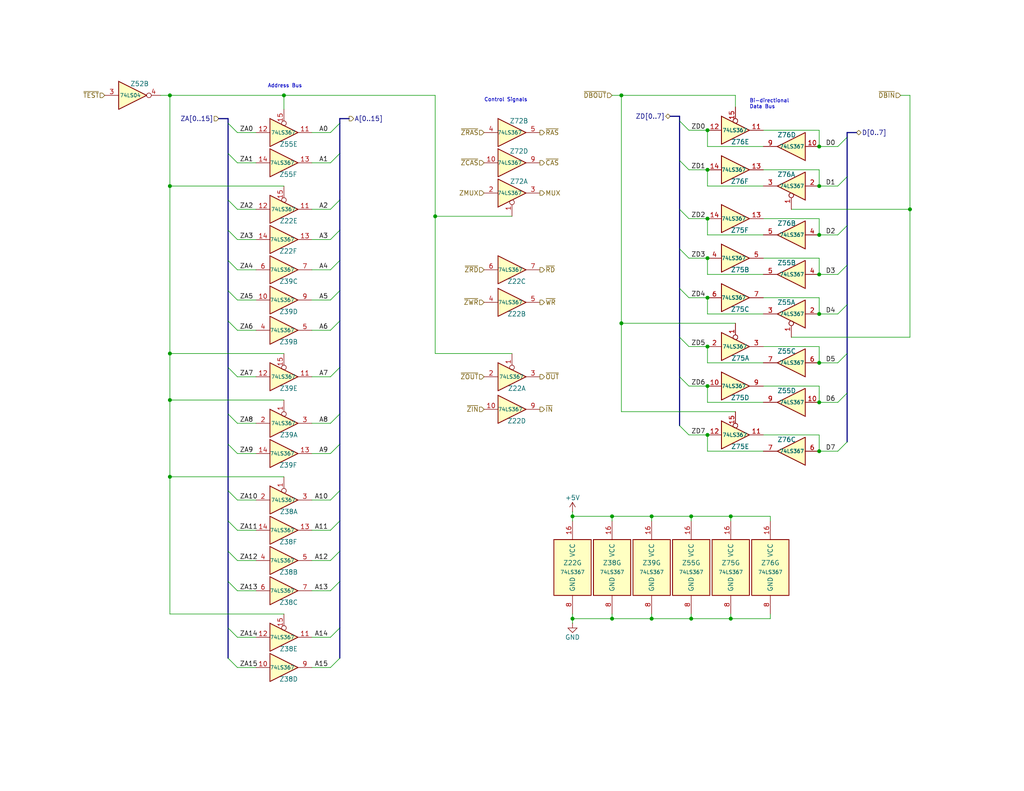
<source format=kicad_sch>
(kicad_sch (version 20231120) (generator "eeschema") (generator_version "8.0")
  (paper "USLetter")
  (title_block (title "TRS-80 Model I Rev E") (date "2024-11-23") (rev "E1A-E") (company "RetroStack - Marcel Erz") (comment 2 "Isolation circuit to use ~{TEST} signal, dsconecting CPU from system") (comment 4 "CPU Gating"))
  (lib_symbols
    (symbol "74xx:74LS04"
      (property "Reference" "U" (at 0 1.27 0))
      (property "Value" "74LS04" (at 0 -1.27 0))
      (symbol "74LS04_1_0"
        (polyline (pts (xy -3.81 3.81) (xy -3.81 -3.81) (xy 3.81 0) (xy -3.81 3.81)) (stroke (width 0.254)) (fill (type background)))
        (pin input line (at -7.62 0 0) (length 3.81) (name "~") (number "1"))
        (pin output inverted (at 7.62 0 180) (length 3.81) (name "~") (number "2"))
      )
      (symbol "74LS04_2_0"
        (polyline (pts (xy -3.81 3.81) (xy -3.81 -3.81) (xy 3.81 0) (xy -3.81 3.81)) (stroke (width 0.254)) (fill (type background)))
        (pin input line (at -7.62 0 0) (length 3.81) (name "~") (number "3"))
        (pin output inverted (at 7.62 0 180) (length 3.81) (name "~") (number "4"))
      )
      (symbol "74LS04_3_0"
        (polyline (pts (xy -3.81 3.81) (xy -3.81 -3.81) (xy 3.81 0) (xy -3.81 3.81)) (stroke (width 0.254)) (fill (type background)))
        (pin input line (at -7.62 0 0) (length 3.81) (name "~") (number "5"))
        (pin output inverted (at 7.62 0 180) (length 3.81) (name "~") (number "6"))
      )
      (symbol "74LS04_4_0"
        (polyline (pts (xy -3.81 3.81) (xy -3.81 -3.81) (xy 3.81 0) (xy -3.81 3.81)) (stroke (width 0.254)) (fill (type background)))
        (pin output inverted (at 7.62 0 180) (length 3.81) (name "~") (number "8"))
        (pin input line (at -7.62 0 0) (length 3.81) (name "~") (number "9"))
      )
      (symbol "74LS04_5_0"
        (polyline (pts (xy -3.81 3.81) (xy -3.81 -3.81) (xy 3.81 0) (xy -3.81 3.81)) (stroke (width 0.254)) (fill (type background)))
        (pin output inverted (at 7.62 0 180) (length 3.81) (name "~") (number "10"))
        (pin input line (at -7.62 0 0) (length 3.81) (name "~") (number "11"))
      )
      (symbol "74LS04_6_0"
        (polyline (pts (xy -3.81 3.81) (xy -3.81 -3.81) (xy 3.81 0) (xy -3.81 3.81)) (stroke (width 0.254)) (fill (type background)))
        (pin output inverted (at 7.62 0 180) (length 3.81) (name "~") (number "12"))
        (pin input line (at -7.62 0 0) (length 3.81) (name "~") (number "13"))
      )
      (symbol "74LS04_7_0"
        (pin power_in line (at 0 12.7 270) (length 5.08) (name "VCC") (number "14"))
        (pin power_in line (at 0 -12.7 90) (length 5.08) (name "GND") (number "7"))
      )
      (symbol "74LS04_7_1"
        (rectangle (start -5.08 7.62) (end 5.08 -7.62) (stroke (width 0.254)) (fill (type background)))
      )
    )
    (symbol "RetroStackLibrary:74LS367_Split" (pin_names (offset 1.016))
      (property "Reference" "U" (at 0 1.27 0))
      (property "Value" "74LS367" (at 0 -1.27 0))
      (symbol "74LS367_Split_1_0"
        (polyline (pts (xy -3.81 3.81) (xy -3.81 -3.81) (xy 3.81 0) (xy -3.81 3.81)) (stroke (width 0.254)) (fill (type background)))
        (pin input inverted (at 0 6.35 270) (length 4.445) (name "~") (number "1"))
        (pin input line (at -7.62 0 0) (length 3.81) (name "~") (number "2"))
        (pin tri_state line (at 7.62 0 180) (length 3.81) (name "~") (number "3"))
      )
      (symbol "74LS367_Split_2_0"
        (polyline (pts (xy -3.81 3.81) (xy -3.81 -3.81) (xy 3.81 0) (xy -3.81 3.81)) (stroke (width 0.254)) (fill (type background)))
        (pin input line (at -7.62 0 0) (length 3.81) (name "~") (number "4"))
        (pin tri_state line (at 7.62 0 180) (length 3.81) (name "~") (number "5"))
      )
      (symbol "74LS367_Split_3_0"
        (polyline (pts (xy -3.81 3.81) (xy -3.81 -3.81) (xy 3.81 0) (xy -3.81 3.81)) (stroke (width 0.254)) (fill (type background)))
        (pin input line (at -7.62 0 0) (length 3.81) (name "~") (number "6"))
        (pin tri_state line (at 7.62 0 180) (length 3.81) (name "~") (number "7"))
      )
      (symbol "74LS367_Split_4_0"
        (polyline (pts (xy -3.81 3.81) (xy -3.81 -3.81) (xy 3.81 0) (xy -3.81 3.81)) (stroke (width 0.254)) (fill (type background)))
        (pin input line (at -7.62 0 0) (length 3.81) (name "~") (number "10"))
        (pin tri_state line (at 7.62 0 180) (length 3.81) (name "~") (number "9"))
      )
      (symbol "74LS367_Split_5_0"
        (polyline (pts (xy -3.175 -2.54) (xy -3.175 -10.16) (xy 4.445 -6.35) (xy -3.175 -2.54)) (stroke (width 0.254)) (fill (type background)))
        (pin tri_state line (at 8.255 -6.35 180) (length 3.81) (name "~") (number "11"))
        (pin input line (at -6.985 -6.35 0) (length 3.81) (name "~") (number "12"))
        (pin input inverted (at 0.635 0 270) (length 4.445) (name "~") (number "15"))
      )
      (symbol "74LS367_Split_6_0"
        (polyline (pts (xy -3.81 3.81) (xy -3.81 -3.81) (xy 3.81 0) (xy -3.81 3.81)) (stroke (width 0.254)) (fill (type background)))
        (pin tri_state line (at 7.62 0 180) (length 3.81) (name "~") (number "13"))
        (pin input line (at -7.62 0 0) (length 3.81) (name "~") (number "14"))
      )
      (symbol "74LS367_Split_7_0"
        (pin power_in line (at 0 1.905 270) (length 5.08) (name "VCC") (number "16"))
        (pin power_in line (at 0 -23.495 90) (length 5.08) (name "GND") (number "8"))
      )
      (symbol "74LS367_Split_7_1"
        (rectangle (start -5.08 -3.175) (end 5.08 -18.415) (stroke (width 0.254)) (fill (type background)))
      )
    )
    (symbol "power:+5V" (power) (pin_numbers hide) (pin_names (offset 0) hide)
      (property "Value" "+5V" (at 0 3.556 0))
      (symbol "+5V_0_1"
        (polyline (pts (xy -0.762 1.27) (xy 0 2.54)))
        (polyline (pts (xy 0 0) (xy 0 2.54)))
        (polyline (pts (xy 0 2.54) (xy 0.762 1.27)))
      )
      (symbol "+5V_1_1"
        (pin power_in line (at 0 0 90) (length 0) (name "~") (number "1"))
      )
    )
    (symbol "power:GND" (power) (pin_numbers hide) (pin_names (offset 0) hide)
      (property "Value" "GND" (at 0 -3.81 0))
      (symbol "GND_0_1"
        (polyline (pts (xy 0 0) (xy 0 -1.27) (xy 1.27 -1.27) (xy 0 -2.54) (xy -1.27 -1.27) (xy 0 -1.27)))
      )
      (symbol "GND_1_1"
        (pin power_in line (at 0 0 270) (length 0) (name "~") (number "1"))
      )
    )
  )
  (junction (at 156.21 140.97))
  (junction (at 77.47 26.035))
  (junction (at 118.745 59.055))
  (junction (at 193.04 35.56))
  (junction (at 193.04 46.355))
  (junction (at 223.52 40.005))
  (junction (at 223.52 64.135))
  (junction (at 248.285 57.15))
  (junction (at 193.04 105.41))
  (junction (at 223.52 50.8))
  (junction (at 193.04 59.69))
  (junction (at 46.355 50.8))
  (junction (at 223.52 99.06))
  (junction (at 193.04 81.28))
  (junction (at 169.545 26.035))
  (junction (at 193.04 70.485))
  (junction (at 199.39 168.91))
  (junction (at 156.21 168.91))
  (junction (at 46.355 96.52))
  (junction (at 188.595 168.91))
  (junction (at 167.005 168.91))
  (junction (at 199.39 140.97))
  (junction (at 193.04 118.745))
  (junction (at 223.52 109.855))
  (junction (at 167.005 140.97))
  (junction (at 193.04 94.615))
  (junction (at 46.355 109.22))
  (junction (at 223.52 123.19))
  (junction (at 177.8 140.97))
  (junction (at 223.52 85.725))
  (junction (at 177.8 168.91))
  (junction (at 46.355 26.035))
  (junction (at 188.595 140.97))
  (junction (at 223.52 74.93))
  (junction (at 46.355 130.175))
  (junction (at 169.545 88.265))
  (bus_entry (at 228.6 109.855) (size 2.54 -2.54))
  (bus_entry (at 90.17 115.57) (size 2.54 -2.54))
  (bus_entry (at 228.6 99.06) (size 2.54 -2.54))
  (bus_entry (at 228.6 85.725) (size 2.54 -2.54))
  (bus_entry (at 90.17 90.17) (size 2.54 -2.54))
  (bus_entry (at 64.77 153.035) (size -2.54 -2.54))
  (bus_entry (at 228.6 74.93) (size 2.54 -2.54))
  (bus_entry (at 90.17 73.66) (size 2.54 -2.54))
  (bus_entry (at 64.77 123.825) (size -2.54 -2.54))
  (bus_entry (at 64.77 57.15) (size -2.54 -2.54))
  (bus_entry (at 187.96 105.41) (size -2.54 -2.54))
  (bus_entry (at 90.17 123.825) (size 2.54 -2.54))
  (bus_entry (at 90.17 136.525) (size 2.54 -2.54))
  (bus_entry (at 187.96 35.56) (size -2.54 -2.54))
  (bus_entry (at 187.96 59.69) (size -2.54 -2.54))
  (bus_entry (at 64.77 136.525) (size -2.54 -2.54))
  (bus_entry (at 90.17 182.245) (size 2.54 -2.54))
  (bus_entry (at 228.6 40.005) (size 2.54 -2.54))
  (bus_entry (at 64.77 90.17) (size -2.54 -2.54))
  (bus_entry (at 64.77 81.915) (size -2.54 -2.54))
  (bus_entry (at 64.77 36.195) (size -2.54 -2.54))
  (bus_entry (at 64.77 73.66) (size -2.54 -2.54))
  (bus_entry (at 228.6 123.19) (size 2.54 -2.54))
  (bus_entry (at 90.17 173.99) (size 2.54 -2.54))
  (bus_entry (at 90.17 65.405) (size 2.54 -2.54))
  (bus_entry (at 228.6 64.135) (size 2.54 -2.54))
  (bus_entry (at 187.96 81.28) (size -2.54 -2.54))
  (bus_entry (at 64.77 182.245) (size -2.54 -2.54))
  (bus_entry (at 64.77 173.99) (size -2.54 -2.54))
  (bus_entry (at 90.17 153.035) (size 2.54 -2.54))
  (bus_entry (at 64.77 144.78) (size -2.54 -2.54))
  (bus_entry (at 228.6 50.8) (size 2.54 -2.54))
  (bus_entry (at 64.77 161.29) (size -2.54 -2.54))
  (bus_entry (at 90.17 81.915) (size 2.54 -2.54))
  (bus_entry (at 90.17 161.29) (size 2.54 -2.54))
  (bus_entry (at 64.77 65.405) (size -2.54 -2.54))
  (bus_entry (at 90.17 102.87) (size 2.54 -2.54))
  (bus_entry (at 90.17 44.45) (size 2.54 -2.54))
  (bus_entry (at 187.96 94.615) (size -2.54 -2.54))
  (bus_entry (at 187.96 46.355) (size -2.54 -2.54))
  (bus_entry (at 187.96 70.485) (size -2.54 -2.54))
  (bus_entry (at 187.96 118.745) (size -2.54 -2.54))
  (bus_entry (at 90.17 144.78) (size 2.54 -2.54))
  (bus_entry (at 90.17 57.15) (size 2.54 -2.54))
  (bus_entry (at 90.17 36.195) (size 2.54 -2.54))
  (bus_entry (at 64.77 44.45) (size -2.54 -2.54))
  (bus_entry (at 64.77 115.57) (size -2.54 -2.54))
  (bus_entry (at 64.77 102.87) (size -2.54 -2.54))
  (wire (pts (xy 77.47 167.64) (xy 46.355 167.64)))
  (wire (pts (xy 64.77 36.195) (xy 69.85 36.195)))
  (wire (pts (xy 118.745 59.055) (xy 118.745 26.035)))
  (bus (pts (xy 185.42 102.87) (xy 185.42 116.205)))
  (bus (pts (xy 92.71 79.375) (xy 92.71 71.12)))
  (wire (pts (xy 90.17 161.29) (xy 85.09 161.29)))
  (wire (pts (xy 228.6 40.005) (xy 223.52 40.005)))
  (wire (pts (xy 193.04 109.855) (xy 193.04 105.41)))
  (wire (pts (xy 187.96 94.615) (xy 193.04 94.615)))
  (bus (pts (xy 185.42 43.815) (xy 185.42 33.02)))
  (wire (pts (xy 90.17 44.45) (xy 85.09 44.45)))
  (wire (pts (xy 169.545 88.265) (xy 169.545 26.035)))
  (wire (pts (xy 167.005 140.97) (xy 167.005 142.24)))
  (wire (pts (xy 210.185 142.24) (xy 210.185 140.97)))
  (wire (pts (xy 208.28 118.745) (xy 223.52 118.745)))
  (wire (pts (xy 85.09 90.17) (xy 90.17 90.17)))
  (bus (pts (xy 92.71 62.865) (xy 92.71 54.61)))
  (wire (pts (xy 64.77 73.66) (xy 69.85 73.66)))
  (wire (pts (xy 228.6 50.8) (xy 223.52 50.8)))
  (wire (pts (xy 64.77 182.245) (xy 69.85 182.245)))
  (wire (pts (xy 169.545 112.395) (xy 169.545 88.265)))
  (wire (pts (xy 187.96 81.28) (xy 193.04 81.28)))
  (wire (pts (xy 167.005 168.91) (xy 177.8 168.91)))
  (wire (pts (xy 215.9 92.075) (xy 248.285 92.075)))
  (wire (pts (xy 187.96 105.41) (xy 193.04 105.41)))
  (wire (pts (xy 90.17 173.99) (xy 85.09 173.99)))
  (wire (pts (xy 208.28 94.615) (xy 223.52 94.615)))
  (wire (pts (xy 210.185 140.97) (xy 199.39 140.97)))
  (wire (pts (xy 64.77 136.525) (xy 69.85 136.525)))
  (wire (pts (xy 85.09 123.825) (xy 90.17 123.825)))
  (wire (pts (xy 223.52 118.745) (xy 223.52 123.19)))
  (wire (pts (xy 77.47 130.175) (xy 46.355 130.175)))
  (bus (pts (xy 231.14 72.39) (xy 231.14 61.595)))
  (bus (pts (xy 62.23 71.12) (xy 62.23 62.865)))
  (bus (pts (xy 92.71 158.75) (xy 92.71 150.495)))
  (bus (pts (xy 92.71 142.24) (xy 92.71 133.985)))
  (wire (pts (xy 139.7 59.055) (xy 118.745 59.055)))
  (wire (pts (xy 228.6 99.06) (xy 223.52 99.06)))
  (bus (pts (xy 62.23 100.33) (xy 62.23 87.63)))
  (wire (pts (xy 90.17 65.405) (xy 85.09 65.405)))
  (wire (pts (xy 64.77 115.57) (xy 69.85 115.57)))
  (wire (pts (xy 77.47 26.035) (xy 77.47 29.845)))
  (wire (pts (xy 64.77 144.78) (xy 69.85 144.78)))
  (wire (pts (xy 208.28 109.855) (xy 193.04 109.855)))
  (wire (pts (xy 208.28 70.485) (xy 223.52 70.485)))
  (wire (pts (xy 64.77 153.035) (xy 69.85 153.035)))
  (bus (pts (xy 185.42 78.74) (xy 185.42 67.945)))
  (bus (pts (xy 62.23 87.63) (xy 62.23 79.375)))
  (bus (pts (xy 62.23 150.495) (xy 62.23 142.24)))
  (wire (pts (xy 223.52 81.28) (xy 223.52 85.725)))
  (bus (pts (xy 92.71 100.33) (xy 92.71 87.63)))
  (wire (pts (xy 46.355 26.035) (xy 77.47 26.035)))
  (wire (pts (xy 64.77 57.15) (xy 69.85 57.15)))
  (wire (pts (xy 193.04 64.135) (xy 193.04 59.69)))
  (wire (pts (xy 167.005 167.64) (xy 167.005 168.91)))
  (wire (pts (xy 156.21 139.7) (xy 156.21 140.97)))
  (wire (pts (xy 210.185 168.91) (xy 199.39 168.91)))
  (wire (pts (xy 228.6 123.19) (xy 223.52 123.19)))
  (bus (pts (xy 92.71 41.91) (xy 92.71 33.655)))
  (wire (pts (xy 188.595 140.97) (xy 177.8 140.97)))
  (wire (pts (xy 156.21 170.18) (xy 156.21 168.91)))
  (bus (pts (xy 92.71 113.03) (xy 92.71 100.33)))
  (wire (pts (xy 118.745 59.055) (xy 118.745 96.52)))
  (wire (pts (xy 223.52 35.56) (xy 223.52 40.005)))
  (wire (pts (xy 223.52 70.485) (xy 223.52 74.93)))
  (wire (pts (xy 199.39 140.97) (xy 199.39 142.24)))
  (wire (pts (xy 199.39 167.64) (xy 199.39 168.91)))
  (wire (pts (xy 200.66 112.395) (xy 169.545 112.395)))
  (bus (pts (xy 231.14 83.185) (xy 231.14 72.39)))
  (wire (pts (xy 169.545 26.035) (xy 200.66 26.035)))
  (wire (pts (xy 46.355 130.175) (xy 46.355 109.22)))
  (wire (pts (xy 215.9 57.15) (xy 248.285 57.15)))
  (wire (pts (xy 193.04 123.19) (xy 193.04 118.745)))
  (wire (pts (xy 77.47 50.8) (xy 46.355 50.8)))
  (wire (pts (xy 208.28 59.69) (xy 223.52 59.69)))
  (wire (pts (xy 188.595 168.91) (xy 199.39 168.91)))
  (wire (pts (xy 208.28 74.93) (xy 193.04 74.93)))
  (wire (pts (xy 90.17 153.035) (xy 85.09 153.035)))
  (bus (pts (xy 62.23 113.03) (xy 62.23 100.33)))
  (wire (pts (xy 64.77 65.405) (xy 69.85 65.405)))
  (wire (pts (xy 228.6 85.725) (xy 223.52 85.725)))
  (wire (pts (xy 64.77 173.99) (xy 69.85 173.99)))
  (wire (pts (xy 199.39 140.97) (xy 188.595 140.97)))
  (wire (pts (xy 210.185 167.64) (xy 210.185 168.91)))
  (wire (pts (xy 208.28 99.06) (xy 193.04 99.06)))
  (bus (pts (xy 62.23 171.45) (xy 62.23 158.75)))
  (bus (pts (xy 62.23 41.91) (xy 62.23 33.655)))
  (wire (pts (xy 46.355 167.64) (xy 46.355 130.175)))
  (bus (pts (xy 233.68 36.195) (xy 231.14 36.195)))
  (wire (pts (xy 228.6 64.135) (xy 223.52 64.135)))
  (wire (pts (xy 208.28 64.135) (xy 193.04 64.135)))
  (wire (pts (xy 46.355 109.22) (xy 46.355 96.52)))
  (wire (pts (xy 46.355 50.8) (xy 46.355 26.035)))
  (wire (pts (xy 193.04 50.8) (xy 193.04 46.355)))
  (bus (pts (xy 185.42 78.74) (xy 185.42 92.075)))
  (wire (pts (xy 156.21 168.91) (xy 167.005 168.91)))
  (wire (pts (xy 248.285 26.035) (xy 245.745 26.035)))
  (bus (pts (xy 62.23 62.865) (xy 62.23 54.61)))
  (wire (pts (xy 177.8 140.97) (xy 167.005 140.97)))
  (wire (pts (xy 223.52 59.69) (xy 223.52 64.135)))
  (wire (pts (xy 90.17 115.57) (xy 85.09 115.57)))
  (wire (pts (xy 90.17 36.195) (xy 85.09 36.195)))
  (wire (pts (xy 43.815 26.035) (xy 46.355 26.035)))
  (bus (pts (xy 231.14 83.185) (xy 231.14 96.52)))
  (bus (pts (xy 92.71 171.45) (xy 92.71 158.75)))
  (wire (pts (xy 85.09 182.245) (xy 90.17 182.245)))
  (bus (pts (xy 95.25 32.385) (xy 92.71 32.385)))
  (bus (pts (xy 185.42 67.945) (xy 185.42 57.15)))
  (wire (pts (xy 118.745 26.035) (xy 77.47 26.035)))
  (wire (pts (xy 64.77 44.45) (xy 69.85 44.45)))
  (wire (pts (xy 64.77 102.87) (xy 69.85 102.87)))
  (wire (pts (xy 208.28 123.19) (xy 193.04 123.19)))
  (wire (pts (xy 156.21 140.97) (xy 156.21 142.24)))
  (wire (pts (xy 177.8 168.91) (xy 188.595 168.91)))
  (wire (pts (xy 85.09 102.87) (xy 90.17 102.87)))
  (wire (pts (xy 208.28 81.28) (xy 223.52 81.28)))
  (wire (pts (xy 223.52 46.355) (xy 223.52 50.8)))
  (bus (pts (xy 92.71 150.495) (xy 92.71 142.24)))
  (wire (pts (xy 248.285 92.075) (xy 248.285 57.15)))
  (wire (pts (xy 77.47 96.52) (xy 46.355 96.52)))
  (wire (pts (xy 228.6 74.93) (xy 223.52 74.93)))
  (wire (pts (xy 193.04 99.06) (xy 193.04 94.615)))
  (wire (pts (xy 208.28 46.355) (xy 223.52 46.355)))
  (bus (pts (xy 92.71 133.985) (xy 92.71 121.285)))
  (bus (pts (xy 182.88 31.75) (xy 185.42 31.75)))
  (wire (pts (xy 167.005 140.97) (xy 156.21 140.97)))
  (bus (pts (xy 92.71 71.12) (xy 92.71 62.865)))
  (wire (pts (xy 187.96 46.355) (xy 193.04 46.355)))
  (bus (pts (xy 92.71 54.61) (xy 92.71 41.91)))
  (bus (pts (xy 231.14 61.595) (xy 231.14 48.26)))
  (wire (pts (xy 193.04 85.725) (xy 193.04 81.28)))
  (bus (pts (xy 185.42 92.075) (xy 185.42 102.87)))
  (wire (pts (xy 177.8 140.97) (xy 177.8 142.24)))
  (bus (pts (xy 62.23 142.24) (xy 62.23 133.985)))
  (wire (pts (xy 193.04 74.93) (xy 193.04 70.485)))
  (wire (pts (xy 188.595 140.97) (xy 188.595 142.24)))
  (wire (pts (xy 208.28 50.8) (xy 193.04 50.8)))
  (wire (pts (xy 90.17 73.66) (xy 85.09 73.66)))
  (bus (pts (xy 92.71 121.285) (xy 92.71 113.03)))
  (wire (pts (xy 208.28 85.725) (xy 193.04 85.725)))
  (wire (pts (xy 208.28 40.005) (xy 193.04 40.005)))
  (wire (pts (xy 188.595 167.64) (xy 188.595 168.91)))
  (wire (pts (xy 64.77 161.29) (xy 69.85 161.29)))
  (bus (pts (xy 62.23 79.375) (xy 62.23 71.12)))
  (wire (pts (xy 200.66 88.265) (xy 169.545 88.265)))
  (bus (pts (xy 92.71 87.63) (xy 92.71 79.375)))
  (bus (pts (xy 231.14 48.26) (xy 231.14 37.465)))
  (bus (pts (xy 62.23 121.285) (xy 62.23 113.03)))
  (bus (pts (xy 231.14 96.52) (xy 231.14 107.315)))
  (wire (pts (xy 64.77 81.915) (xy 69.85 81.915)))
  (bus (pts (xy 92.71 33.655) (xy 92.71 32.385)))
  (wire (pts (xy 167.005 26.035) (xy 169.545 26.035)))
  (wire (pts (xy 64.77 123.825) (xy 69.85 123.825)))
  (bus (pts (xy 62.23 179.705) (xy 62.23 171.45)))
  (bus (pts (xy 62.23 33.655) (xy 62.23 32.385)))
  (bus (pts (xy 92.71 179.705) (xy 92.71 171.45)))
  (wire (pts (xy 177.8 167.64) (xy 177.8 168.91)))
  (bus (pts (xy 185.42 33.02) (xy 185.42 31.75)))
  (wire (pts (xy 187.96 118.745) (xy 193.04 118.745)))
  (wire (pts (xy 208.28 105.41) (xy 223.52 105.41)))
  (wire (pts (xy 187.96 70.485) (xy 193.04 70.485)))
  (wire (pts (xy 77.47 109.22) (xy 46.355 109.22)))
  (bus (pts (xy 62.23 158.75) (xy 62.23 150.495)))
  (wire (pts (xy 46.355 96.52) (xy 46.355 50.8)))
  (wire (pts (xy 64.77 90.17) (xy 69.85 90.17)))
  (wire (pts (xy 90.17 136.525) (xy 85.09 136.525)))
  (wire (pts (xy 90.17 57.15) (xy 85.09 57.15)))
  (wire (pts (xy 193.04 40.005) (xy 193.04 35.56)))
  (bus (pts (xy 59.69 32.385) (xy 62.23 32.385)))
  (bus (pts (xy 62.23 54.61) (xy 62.23 41.91)))
  (wire (pts (xy 200.66 26.035) (xy 200.66 29.21)))
  (wire (pts (xy 139.7 96.52) (xy 118.745 96.52)))
  (wire (pts (xy 248.285 57.15) (xy 248.285 26.035)))
  (bus (pts (xy 231.14 107.315) (xy 231.14 120.65)))
  (bus (pts (xy 231.14 37.465) (xy 231.14 36.195)))
  (wire (pts (xy 223.52 94.615) (xy 223.52 99.06)))
  (wire (pts (xy 90.17 81.915) (xy 85.09 81.915)))
  (wire (pts (xy 156.21 168.91) (xy 156.21 167.64)))
  (wire (pts (xy 90.17 144.78) (xy 85.09 144.78)))
  (wire (pts (xy 228.6 109.855) (xy 223.52 109.855)))
  (bus (pts (xy 185.42 57.15) (xy 185.42 43.815)))
  (wire (pts (xy 187.96 59.69) (xy 193.04 59.69)))
  (wire (pts (xy 223.52 105.41) (xy 223.52 109.855)))
  (wire (pts (xy 208.28 35.56) (xy 223.52 35.56)))
  (bus (pts (xy 62.23 133.985) (xy 62.23 121.285)))
  (wire (pts (xy 187.96 35.56) (xy 193.04 35.56)))
  (text "Bi-directional\nData Bus" (at 204.47 29.845 0) (effects (font (size 1 1)) (justify left bottom)))
  (text "Address Bus" (at 73.025 24.13 0) (effects (font (size 1 1)) (justify left bottom)))
  (text "Control Signals" (at 132.08 27.94 0) (effects (font (size 1 1)) (justify left bottom)))
  (label "ZA8" (at 65.405 115.57 0))
  (label "ZD2" (at 188.595 59.69 0))
  (label "ZA0" (at 65.405 36.195 0))
  (label "A3" (at 89.535 65.405 180))
  (label "ZA4" (at 65.405 73.66 0))
  (label "D7" (at 227.965 123.19 180))
  (label "ZA9" (at 65.405 123.825 0))
  (label "ZA11" (at 65.405 144.78 0))
  (label "ZD3" (at 188.595 70.485 0))
  (label "D3" (at 227.965 74.93 180))
  (label "ZA6" (at 65.405 90.17 0))
  (label "A12" (at 89.535 153.035 180))
  (label "ZD7" (at 188.595 118.745 0))
  (label "A5" (at 89.535 81.915 180))
  (label "D5" (at 227.965 99.06 180))
  (label "ZA2" (at 65.405 57.15 0))
  (label "ZA3" (at 65.405 65.405 0))
  (label "D0" (at 227.965 40.005 180))
  (label "ZA10" (at 65.405 136.525 0))
  (label "D2" (at 227.965 64.135 180))
  (label "A9" (at 89.535 123.825 180))
  (label "ZA13" (at 65.405 161.29 0))
  (label "A7" (at 89.535 102.87 180))
  (label "A6" (at 89.535 90.17 180))
  (label "D1" (at 227.965 50.8 180))
  (label "ZD6" (at 188.595 105.41 0))
  (label "A13" (at 89.535 161.29 180))
  (label "A15" (at 89.535 182.245 180))
  (label "A14" (at 89.535 173.99 180))
  (label "A10" (at 89.535 136.525 180))
  (label "ZD1" (at 188.595 46.355 0))
  (label "D6" (at 227.965 109.855 180))
  (label "ZA5" (at 65.405 81.915 0))
  (label "A1" (at 89.535 44.45 180))
  (label "A0" (at 89.535 36.195 180))
  (label "A2" (at 89.535 57.15 180))
  (label "ZD4" (at 188.595 81.28 0))
  (label "ZA15" (at 65.405 182.245 0))
  (label "ZA12" (at 65.405 153.035 0))
  (label "A4" (at 89.535 73.66 180))
  (label "ZA7" (at 65.405 102.87 0))
  (label "A8" (at 89.535 115.57 180))
  (label "ZD0" (at 188.595 35.56 0))
  (label "A11" (at 89.535 144.78 180))
  (label "ZA1" (at 65.405 44.45 0))
  (label "D4" (at 227.965 85.725 180))
  (label "ZA14" (at 65.405 173.99 0))
  (label "ZD5" (at 188.595 94.615 0))
  (hierarchical_label "ZD[0..7]" (shape bidirectional) (at 182.88 31.75 180))
  (hierarchical_label "~{ZRD}" (shape input) (at 132.08 73.66 180))
  (hierarchical_label "~{ZIN}" (shape input) (at 132.08 111.76 180))
  (hierarchical_label "~{ZCAS}" (shape input) (at 132.08 44.45 180))
  (hierarchical_label "~{RD}" (shape output) (at 147.32 73.66 0))
  (hierarchical_label "~{WR}" (shape output) (at 147.32 82.55 0))
  (hierarchical_label "~{TEST}" (shape input) (at 28.575 26.035 180))
  (hierarchical_label "MUX" (shape output) (at 147.32 52.705 0))
  (hierarchical_label "~{ZRAS}" (shape input) (at 132.08 36.195 180))
  (hierarchical_label "~{CAS}" (shape output) (at 147.32 44.45 0))
  (hierarchical_label "ZA[0..15]" (shape input) (at 59.69 32.385 180))
  (hierarchical_label "~{OUT}" (shape output) (at 147.32 102.87 0))
  (hierarchical_label "D[0..7]" (shape bidirectional) (at 233.68 36.195 0))
  (hierarchical_label "ZMUX" (shape input) (at 132.08 52.705 180))
  (hierarchical_label "~{DBOUT}" (shape input) (at 167.005 26.035 180))
  (hierarchical_label "~{IN}" (shape output) (at 147.32 111.76 0))
  (hierarchical_label "~{ZWR}" (shape input) (at 132.08 82.55 180))
  (hierarchical_label "A[0..15]" (shape output) (at 95.25 32.385 0))
  (hierarchical_label "~{DBIN}" (shape input) (at 245.745 26.035 180))
  (hierarchical_label "~{RAS}" (shape output) (at 147.32 36.195 0))
  (hierarchical_label "~{ZOUT}" (shape input) (at 132.08 102.87 180))
  (symbol (lib_id "RetroStackLibrary:74LS367_Split") (at 188.595 144.145 0) (unit 7)
    (property "Reference" "Z55" (at 188.595 153.67 0))
    (property "Value" "74LS367" (at 188.595 156.21 0) (effects (font (size 1 1))))
    (property "Footprint" "RetroStackLibrary:TRS80_Model_I_DIP16" (effects (hide yes)))
    (property "Datasheet" "https://www.ti.com/lit/ds/symlink/sn74ls367a.pdf" (effects (hide yes)))
  )
  (symbol (lib_id "power:GND") (at 156.21 170.18 0) (unit 1)
    (property "Reference" "#PWR0112" (effects (hide yes)))
    (property "Value" "GND" (at 156.21 173.99 0))
    (property "Description" "Power symbol creates a global label with name \"GND\" , ground" (effects (hide yes)))
  )
  (symbol (lib_id "RetroStackLibrary:74LS367_Split") (at 200.66 46.355 0) (unit 6)
    (property "Reference" "Z76" (at 199.39 49.53 0) (effects (justify left)))
    (property "Value" "74LS367" (at 196.85 46.355 0) (effects (font (size 1 1)) (justify left)))
    (property "Footprint" "RetroStackLibrary:TRS80_Model_I_DIP16" (effects (hide yes)))
    (property "Datasheet" "https://www.ti.com/lit/ds/symlink/sn74ls367a.pdf" (effects (hide yes)))
  )
  (symbol (lib_id "RetroStackLibrary:74LS367_Split") (at 200.66 70.485 0) (unit 2)
    (property "Reference" "Z75" (at 199.39 73.66 0) (effects (justify left)))
    (property "Value" "74LS367" (at 196.85 70.485 0) (effects (font (size 1 1)) (justify left)))
    (property "Footprint" "RetroStackLibrary:TRS80_Model_I_DIP16" (effects (hide yes)))
    (property "Datasheet" "https://www.ti.com/lit/ds/symlink/sn74ls367a.pdf" (effects (hide yes)))
  )
  (symbol (lib_id "RetroStackLibrary:74LS367_Split") (at 76.835 50.8 0) (unit 5)
    (property "Reference" "Z22" (at 81.28 60.325 0) (effects (justify right)))
    (property "Value" "74LS367" (at 80.645 57.15 0) (effects (font (size 1 1)) (justify right)))
    (property "Footprint" "RetroStackLibrary:TRS80_Model_I_DIP16" (effects (hide yes)))
    (property "Datasheet" "https://www.ti.com/lit/ds/symlink/sn74ls367a.pdf" (effects (hide yes)))
  )
  (symbol (lib_id "RetroStackLibrary:74LS367_Split") (at 76.835 96.52 0) (unit 5)
    (property "Reference" "Z39" (at 81.28 106.045 0) (effects (justify right)))
    (property "Value" "74LS367" (at 80.645 102.87 0) (effects (font (size 1 1)) (justify right)))
    (property "Footprint" "RetroStackLibrary:TRS80_Model_I_DIP16" (effects (hide yes)))
    (property "Datasheet" "https://www.ti.com/lit/ds/symlink/sn74ls367a.pdf" (effects (hide yes)))
  )
  (symbol (lib_id "RetroStackLibrary:74LS367_Split") (at 139.7 36.195 0) (unit 2)
    (property "Reference" "Z72" (at 141.605 33.02 0))
    (property "Value" "74LS367" (at 139.065 36.195 0) (effects (font (size 1 1))))
    (property "Footprint" "RetroStackLibrary:TRS80_Model_I_DIP16" (effects (hide yes)))
    (property "Datasheet" "https://www.ti.com/lit/ds/symlink/sn74ls367a.pdf" (effects (hide yes)))
  )
  (symbol (lib_id "RetroStackLibrary:74LS367_Split") (at 77.47 123.825 0) (unit 6)
    (property "Reference" "Z39" (at 76.2 127 0) (effects (justify left)))
    (property "Value" "74LS367" (at 73.66 123.825 0) (effects (font (size 1 1)) (justify left)))
    (property "Footprint" "RetroStackLibrary:TRS80_Model_I_DIP16" (effects (hide yes)))
    (property "Datasheet" "https://www.ti.com/lit/ds/symlink/sn74ls367a.pdf" (effects (hide yes)))
  )
  (symbol (lib_id "RetroStackLibrary:74LS367_Split") (at 77.47 115.57 0) (unit 1)
    (property "Reference" "Z39" (at 81.28 118.745 0) (effects (justify right)))
    (property "Value" "74LS367" (at 80.645 115.57 0) (effects (font (size 1 1)) (justify right)))
    (property "Footprint" "RetroStackLibrary:TRS80_Model_I_DIP16" (effects (hide yes)))
    (property "Datasheet" "https://www.ti.com/lit/ds/symlink/sn74ls367a.pdf" (effects (hide yes)))
  )
  (symbol (lib_id "RetroStackLibrary:74LS367_Split") (at 200.025 29.21 0) (unit 5)
    (property "Reference" "Z76" (at 204.47 38.735 0) (effects (justify right)))
    (property "Value" "74LS367" (at 203.835 35.56 0) (effects (font (size 1 1)) (justify right)))
    (property "Footprint" "RetroStackLibrary:TRS80_Model_I_DIP16" (effects (hide yes)))
    (property "Datasheet" "https://www.ti.com/lit/ds/symlink/sn74ls367a.pdf" (effects (hide yes)))
  )
  (symbol (lib_id "RetroStackLibrary:74LS367_Split") (at 77.47 44.45 0) (unit 6)
    (property "Reference" "Z55" (at 76.2 47.625 0) (effects (justify left)))
    (property "Value" "74LS367" (at 73.66 44.45 0) (effects (font (size 1 1)) (justify left)))
    (property "Footprint" "RetroStackLibrary:TRS80_Model_I_DIP16" (effects (hide yes)))
    (property "Datasheet" "https://www.ti.com/lit/ds/symlink/sn74ls367a.pdf" (effects (hide yes)))
  )
  (symbol (lib_id "RetroStackLibrary:74LS367_Split") (at 139.7 111.76 0) (unit 4)
    (property "Reference" "Z22" (at 138.43 114.935 0) (effects (justify left)))
    (property "Value" "74LS367" (at 135.89 111.76 0) (effects (font (size 1 1)) (justify left)))
    (property "Footprint" "RetroStackLibrary:TRS80_Model_I_DIP16" (effects (hide yes)))
    (property "Datasheet" "https://www.ti.com/lit/ds/symlink/sn74ls367a.pdf" (effects (hide yes)))
  )
  (symbol (lib_id "RetroStackLibrary:74LS367_Split") (at 215.9 74.93 180) (unit 2)
    (property "Reference" "Z55" (at 212.09 71.755 0) (effects (justify right)))
    (property "Value" "74LS367" (at 212.725 74.93 0) (effects (font (size 1 1)) (justify right)))
    (property "Footprint" "RetroStackLibrary:TRS80_Model_I_DIP16" (effects (hide yes)))
    (property "Datasheet" "https://www.ti.com/lit/ds/symlink/sn74ls367a.pdf" (effects (hide yes)))
  )
  (symbol (lib_id "RetroStackLibrary:74LS367_Split") (at 200.66 59.69 0) (unit 6)
    (property "Reference" "Z75" (at 199.39 62.865 0) (effects (justify left)))
    (property "Value" "74LS367" (at 196.85 59.69 0) (effects (font (size 1 1)) (justify left)))
    (property "Footprint" "RetroStackLibrary:TRS80_Model_I_DIP16" (effects (hide yes)))
    (property "Datasheet" "https://www.ti.com/lit/ds/symlink/sn74ls367a.pdf" (effects (hide yes)))
  )
  (symbol (lib_id "RetroStackLibrary:74LS367_Split") (at 200.025 112.395 0) (unit 5)
    (property "Reference" "Z75" (at 204.47 121.92 0) (effects (justify right)))
    (property "Value" "74LS367" (at 203.835 118.745 0) (effects (font (size 1 1)) (justify right)))
    (property "Footprint" "RetroStackLibrary:TRS80_Model_I_DIP16" (effects (hide yes)))
    (property "Datasheet" "https://www.ti.com/lit/ds/symlink/sn74ls367a.pdf" (effects (hide yes)))
  )
  (symbol (lib_id "RetroStackLibrary:74LS367_Split") (at 177.8 144.145 0) (unit 7)
    (property "Reference" "Z39" (at 177.8 153.67 0))
    (property "Value" "74LS367" (at 177.8 156.21 0) (effects (font (size 1 1))))
    (property "Footprint" "RetroStackLibrary:TRS80_Model_I_DIP16" (effects (hide yes)))
    (property "Datasheet" "https://www.ti.com/lit/ds/symlink/sn74ls367a.pdf" (effects (hide yes)))
  )
  (symbol (lib_id "RetroStackLibrary:74LS367_Split") (at 77.47 161.29 0) (unit 3)
    (property "Reference" "Z38" (at 76.2 164.465 0) (effects (justify left)))
    (property "Value" "74LS367" (at 73.66 161.29 0) (effects (font (size 1 1)) (justify left)))
    (property "Footprint" "RetroStackLibrary:TRS80_Model_I_DIP16" (effects (hide yes)))
    (property "Datasheet" "https://www.ti.com/lit/ds/symlink/sn74ls367a.pdf" (effects (hide yes)))
  )
  (symbol (lib_id "RetroStackLibrary:74LS367_Split") (at 139.7 82.55 0) (unit 2)
    (property "Reference" "Z22" (at 138.43 85.725 0) (effects (justify left)))
    (property "Value" "74LS367" (at 135.89 82.55 0) (effects (font (size 1 1)) (justify left)))
    (property "Footprint" "RetroStackLibrary:TRS80_Model_I_DIP16" (effects (hide yes)))
    (property "Datasheet" "https://www.ti.com/lit/ds/symlink/sn74ls367a.pdf" (effects (hide yes)))
  )
  (symbol (lib_id "RetroStackLibrary:74LS367_Split") (at 200.66 81.28 0) (unit 3)
    (property "Reference" "Z75" (at 199.39 84.455 0) (effects (justify left)))
    (property "Value" "74LS367" (at 196.85 81.28 0) (effects (font (size 1 1)) (justify left)))
    (property "Footprint" "RetroStackLibrary:TRS80_Model_I_DIP16" (effects (hide yes)))
    (property "Datasheet" "https://www.ti.com/lit/ds/symlink/sn74ls367a.pdf" (effects (hide yes)))
  )
  (symbol (lib_id "74xx:74LS04") (at 36.195 26.035 0) (unit 2)
    (property "Reference" "Z52" (at 38.1 22.86 0))
    (property "Value" "74LS04" (at 35.56 26.035 0) (effects (font (size 1 1))))
    (property "Footprint" "RetroStackLibrary:TRS80_Model_I_DIP14" (effects (hide yes)))
    (property "Datasheet" "http://www.ti.com/lit/gpn/sn74LS04" (effects (hide yes)))
  )
  (symbol (lib_id "RetroStackLibrary:74LS367_Split") (at 76.835 167.64 0) (unit 5)
    (property "Reference" "Z38" (at 81.28 177.165 0) (effects (justify right)))
    (property "Value" "74LS367" (at 73.66 173.99 0) (effects (font (size 1 1)) (justify left)))
    (property "Footprint" "RetroStackLibrary:TRS80_Model_I_DIP16" (effects (hide yes)))
    (property "Datasheet" "https://www.ti.com/lit/ds/symlink/sn74ls367a.pdf" (effects (hide yes)))
  )
  (symbol (lib_id "RetroStackLibrary:74LS367_Split") (at 77.47 182.245 0) (unit 4)
    (property "Reference" "Z38" (at 76.2 185.42 0) (effects (justify left)))
    (property "Value" "74LS367" (at 73.66 182.245 0) (effects (font (size 1 1)) (justify left)))
    (property "Footprint" "RetroStackLibrary:TRS80_Model_I_DIP16" (effects (hide yes)))
    (property "Datasheet" "https://www.ti.com/lit/ds/symlink/sn74ls367a.pdf" (effects (hide yes)))
  )
  (symbol (lib_id "RetroStackLibrary:74LS367_Split") (at 215.9 109.855 180) (unit 4)
    (property "Reference" "Z55" (at 212.09 106.68 0) (effects (justify right)))
    (property "Value" "74LS367" (at 212.725 109.855 0) (effects (font (size 1 1)) (justify right)))
    (property "Footprint" "RetroStackLibrary:TRS80_Model_I_DIP16" (effects (hide yes)))
    (property "Datasheet" "https://www.ti.com/lit/ds/symlink/sn74ls367a.pdf" (effects (hide yes)))
  )
  (symbol (lib_id "RetroStackLibrary:74LS367_Split") (at 215.9 40.005 180) (unit 4)
    (property "Reference" "Z76" (at 212.09 36.83 0) (effects (justify right)))
    (property "Value" "74LS367" (at 212.725 40.005 0) (effects (font (size 1 1)) (justify right)))
    (property "Footprint" "RetroStackLibrary:TRS80_Model_I_DIP16" (effects (hide yes)))
    (property "Datasheet" "https://www.ti.com/lit/ds/symlink/sn74ls367a.pdf" (effects (hide yes)))
  )
  (symbol (lib_id "RetroStackLibrary:74LS367_Split") (at 200.66 105.41 0) (unit 4)
    (property "Reference" "Z75" (at 199.39 108.585 0) (effects (justify left)))
    (property "Value" "74LS367" (at 196.85 105.41 0) (effects (font (size 1 1)) (justify left)))
    (property "Footprint" "RetroStackLibrary:TRS80_Model_I_DIP16" (effects (hide yes)))
    (property "Datasheet" "https://www.ti.com/lit/ds/symlink/sn74ls367a.pdf" (effects (hide yes)))
  )
  (symbol (lib_id "RetroStackLibrary:74LS367_Split") (at 139.7 73.66 0) (unit 3)
    (property "Reference" "Z22" (at 138.43 76.835 0) (effects (justify left)))
    (property "Value" "74LS367" (at 135.89 73.66 0) (effects (font (size 1 1)) (justify left)))
    (property "Footprint" "RetroStackLibrary:TRS80_Model_I_DIP16" (effects (hide yes)))
    (property "Datasheet" "https://www.ti.com/lit/ds/symlink/sn74ls367a.pdf" (effects (hide yes)))
  )
  (symbol (lib_id "RetroStackLibrary:74LS367_Split") (at 199.39 144.145 0) (unit 7)
    (property "Reference" "Z75" (at 199.39 153.67 0))
    (property "Value" "74LS367" (at 199.39 156.21 0) (effects (font (size 1 1))))
    (property "Footprint" "RetroStackLibrary:TRS80_Model_I_DIP16" (effects (hide yes)))
    (property "Datasheet" "https://www.ti.com/lit/ds/symlink/sn74ls367a.pdf" (effects (hide yes)))
  )
  (symbol (lib_id "RetroStackLibrary:74LS367_Split") (at 210.185 144.145 0) (unit 7)
    (property "Reference" "Z76" (at 210.185 153.67 0))
    (property "Value" "74LS367" (at 210.185 156.21 0) (effects (font (size 1 1))))
    (property "Footprint" "RetroStackLibrary:TRS80_Model_I_DIP16" (effects (hide yes)))
    (property "Datasheet" "https://www.ti.com/lit/ds/symlink/sn74ls367a.pdf" (effects (hide yes)))
  )
  (symbol (lib_id "RetroStackLibrary:74LS367_Split") (at 167.005 144.145 0) (unit 7)
    (property "Reference" "Z38" (at 167.005 153.67 0))
    (property "Value" "74LS367" (at 167.005 156.21 0) (effects (font (size 1 1))))
    (property "Footprint" "RetroStackLibrary:TRS80_Model_I_DIP16" (effects (hide yes)))
    (property "Datasheet" "https://www.ti.com/lit/ds/symlink/sn74ls367a.pdf" (effects (hide yes)))
  )
  (symbol (lib_id "RetroStackLibrary:74LS367_Split") (at 77.47 136.525 0) (unit 1)
    (property "Reference" "Z38" (at 81.28 139.7 0) (effects (justify right)))
    (property "Value" "74LS367" (at 80.645 136.525 0) (effects (font (size 1 1)) (justify right)))
    (property "Footprint" "RetroStackLibrary:TRS80_Model_I_DIP16" (effects (hide yes)))
    (property "Datasheet" "https://www.ti.com/lit/ds/symlink/sn74ls367a.pdf" (effects (hide yes)))
  )
  (symbol (lib_id "RetroStackLibrary:74LS367_Split") (at 77.47 144.78 0) (unit 6)
    (property "Reference" "Z38" (at 76.2 147.955 0) (effects (justify left)))
    (property "Value" "74LS367" (at 73.66 144.78 0) (effects (font (size 1 1)) (justify left)))
    (property "Footprint" "RetroStackLibrary:TRS80_Model_I_DIP16" (effects (hide yes)))
    (property "Datasheet" "https://www.ti.com/lit/ds/symlink/sn74ls367a.pdf" (effects (hide yes)))
  )
  (symbol (lib_id "RetroStackLibrary:74LS367_Split") (at 215.9 85.725 180) (unit 1)
    (property "Reference" "Z55" (at 212.09 82.55 0) (effects (justify right)))
    (property "Value" "74LS367" (at 212.725 85.725 0) (effects (font (size 1 1)) (justify right)))
    (property "Footprint" "RetroStackLibrary:TRS80_Model_I_DIP16" (effects (hide yes)))
    (property "Datasheet" "https://www.ti.com/lit/ds/symlink/sn74ls367a.pdf" (effects (hide yes)))
  )
  (symbol (lib_id "RetroStackLibrary:74LS367_Split") (at 77.47 81.915 0) (unit 4)
    (property "Reference" "Z39" (at 76.2 85.09 0) (effects (justify left)))
    (property "Value" "74LS367" (at 73.66 81.915 0) (effects (font (size 1 1)) (justify left)))
    (property "Footprint" "RetroStackLibrary:TRS80_Model_I_DIP16" (effects (hide yes)))
    (property "Datasheet" "https://www.ti.com/lit/ds/symlink/sn74ls367a.pdf" (effects (hide yes)))
  )
  (symbol (lib_id "RetroStackLibrary:74LS367_Split") (at 77.47 153.035 0) (unit 2)
    (property "Reference" "Z38" (at 76.2 156.21 0) (effects (justify left)))
    (property "Value" "74LS367" (at 73.66 153.035 0) (effects (font (size 1 1)) (justify left)))
    (property "Footprint" "RetroStackLibrary:TRS80_Model_I_DIP16" (effects (hide yes)))
    (property "Datasheet" "https://www.ti.com/lit/ds/symlink/sn74ls367a.pdf" (effects (hide yes)))
  )
  (symbol (lib_id "RetroStackLibrary:74LS367_Split") (at 77.47 90.17 0) (unit 2)
    (property "Reference" "Z39" (at 76.2 93.345 0) (effects (justify left)))
    (property "Value" "74LS367" (at 73.66 90.17 0) (effects (font (size 1 1)) (justify left)))
    (property "Footprint" "RetroStackLibrary:TRS80_Model_I_DIP16" (effects (hide yes)))
    (property "Datasheet" "https://www.ti.com/lit/ds/symlink/sn74ls367a.pdf" (effects (hide yes)))
  )
  (symbol (lib_id "RetroStackLibrary:74LS367_Split") (at 139.7 102.87 0) (unit 1)
    (property "Reference" "Z22" (at 143.51 106.045 0) (effects (justify right)))
    (property "Value" "74LS367" (at 142.875 102.87 0) (effects (font (size 1 1)) (justify right)))
    (property "Footprint" "RetroStackLibrary:TRS80_Model_I_DIP16" (effects (hide yes)))
    (property "Datasheet" "https://www.ti.com/lit/ds/symlink/sn74ls367a.pdf" (effects (hide yes)))
  )
  (symbol (lib_id "RetroStackLibrary:74LS367_Split") (at 76.835 29.845 0) (unit 5)
    (property "Reference" "Z55" (at 81.28 39.37 0) (effects (justify right)))
    (property "Value" "74LS367" (at 80.645 36.195 0) (effects (font (size 1 1)) (justify right)))
    (property "Footprint" "RetroStackLibrary:TRS80_Model_I_DIP16" (effects (hide yes)))
    (property "Datasheet" "https://www.ti.com/lit/ds/symlink/sn74ls367a.pdf" (effects (hide yes)))
  )
  (symbol (lib_id "power:+5V") (at 156.21 139.7 0) (unit 1)
    (property "Reference" "#PWR0111" (effects (hide yes)))
    (property "Value" "+5V" (at 156.21 135.89 0))
    (property "Description" "Power symbol creates a global label with name \"+5V\"" (effects (hide yes)))
  )
  (symbol (lib_id "RetroStackLibrary:74LS367_Split") (at 215.9 99.06 180) (unit 3)
    (property "Reference" "Z55" (at 212.09 95.885 0) (effects (justify right)))
    (property "Value" "74LS367" (at 212.725 99.06 0) (effects (font (size 1 1)) (justify right)))
    (property "Footprint" "RetroStackLibrary:TRS80_Model_I_DIP16" (effects (hide yes)))
    (property "Datasheet" "https://www.ti.com/lit/ds/symlink/sn74ls367a.pdf" (effects (hide yes)))
  )
  (symbol (lib_id "RetroStackLibrary:74LS367_Split") (at 77.47 65.405 0) (unit 6)
    (property "Reference" "Z22" (at 76.2 68.58 0) (effects (justify left)))
    (property "Value" "74LS367" (at 73.66 65.405 0) (effects (font (size 1 1)) (justify left)))
    (property "Footprint" "RetroStackLibrary:TRS80_Model_I_DIP16" (effects (hide yes)))
    (property "Datasheet" "https://www.ti.com/lit/ds/symlink/sn74ls367a.pdf" (effects (hide yes)))
  )
  (symbol (lib_id "RetroStackLibrary:74LS367_Split") (at 215.9 50.8 180) (unit 1)
    (property "Reference" "Z76" (at 212.09 47.625 0) (effects (justify right)))
    (property "Value" "74LS367" (at 212.725 50.8 0) (effects (font (size 1 1)) (justify right)))
    (property "Footprint" "RetroStackLibrary:TRS80_Model_I_DIP16" (effects (hide yes)))
    (property "Datasheet" "https://www.ti.com/lit/ds/symlink/sn74ls367a.pdf" (effects (hide yes)))
  )
  (symbol (lib_id "RetroStackLibrary:74LS367_Split") (at 215.9 64.135 180) (unit 2)
    (property "Reference" "Z76" (at 212.09 60.96 0) (effects (justify right)))
    (property "Value" "74LS367" (at 212.725 64.135 0) (effects (font (size 1 1)) (justify right)))
    (property "Footprint" "RetroStackLibrary:TRS80_Model_I_DIP16" (effects (hide yes)))
    (property "Datasheet" "https://www.ti.com/lit/ds/symlink/sn74ls367a.pdf" (effects (hide yes)))
  )
  (symbol (lib_id "RetroStackLibrary:74LS367_Split") (at 156.21 144.145 0) (unit 7)
    (property "Reference" "Z22" (at 156.21 153.67 0))
    (property "Value" "74LS367" (at 156.21 156.21 0) (effects (font (size 1 1))))
    (property "Footprint" "RetroStackLibrary:TRS80_Model_I_DIP16" (effects (hide yes)))
    (property "Datasheet" "https://www.ti.com/lit/ds/symlink/sn74ls367a.pdf" (effects (hide yes)))
  )
  (symbol (lib_id "RetroStackLibrary:74LS367_Split") (at 139.7 44.45 0) (unit 4)
    (property "Reference" "Z72" (at 141.605 41.275 0))
    (property "Value" "74LS367" (at 139.065 44.45 0) (effects (font (size 1 1))))
    (property "Footprint" "RetroStackLibrary:TRS80_Model_I_DIP16" (effects (hide yes)))
    (property "Datasheet" "https://www.ti.com/lit/ds/symlink/sn74ls367a.pdf" (effects (hide yes)))
  )
  (symbol (lib_id "RetroStackLibrary:74LS367_Split") (at 200.66 94.615 0) (unit 1)
    (property "Reference" "Z75" (at 204.47 97.79 0) (effects (justify right)))
    (property "Value" "74LS367" (at 203.835 94.615 0) (effects (font (size 1 1)) (justify right)))
    (property "Footprint" "RetroStackLibrary:TRS80_Model_I_DIP16" (effects (hide yes)))
    (property "Datasheet" "https://www.ti.com/lit/ds/symlink/sn74ls367a.pdf" (effects (hide yes)))
  )
  (symbol (lib_id "RetroStackLibrary:74LS367_Split") (at 77.47 73.66 0) (unit 3)
    (property "Reference" "Z39" (at 76.2 76.835 0) (effects (justify left)))
    (property "Value" "74LS367" (at 73.66 73.66 0) (effects (font (size 1 1)) (justify left)))
    (property "Footprint" "RetroStackLibrary:TRS80_Model_I_DIP16" (effects (hide yes)))
    (property "Datasheet" "https://www.ti.com/lit/ds/symlink/sn74ls367a.pdf" (effects (hide yes)))
  )
  (symbol (lib_id "RetroStackLibrary:74LS367_Split") (at 215.9 123.19 180) (unit 3)
    (property "Reference" "Z76" (at 212.09 120.015 0) (effects (justify right)))
    (property "Value" "74LS367" (at 212.725 123.19 0) (effects (font (size 1 1)) (justify right)))
    (property "Footprint" "RetroStackLibrary:TRS80_Model_I_DIP16" (effects (hide yes)))
    (property "Datasheet" "https://www.ti.com/lit/ds/symlink/sn74ls367a.pdf" (effects (hide yes)))
  )
  (symbol (lib_id "RetroStackLibrary:74LS367_Split") (at 139.7 52.705 0) (mirror x) (unit 1)
    (property "Reference" "Z72" (at 141.605 49.53 0))
    (property "Value" "74LS367" (at 139.065 52.705 0) (effects (font (size 1 1))))
    (property "Footprint" "RetroStackLibrary:TRS80_Model_I_DIP16" (effects (hide yes)))
    (property "Datasheet" "https://www.ti.com/lit/ds/symlink/sn74ls367a.pdf" (effects (hide yes)))
  )
)
</source>
